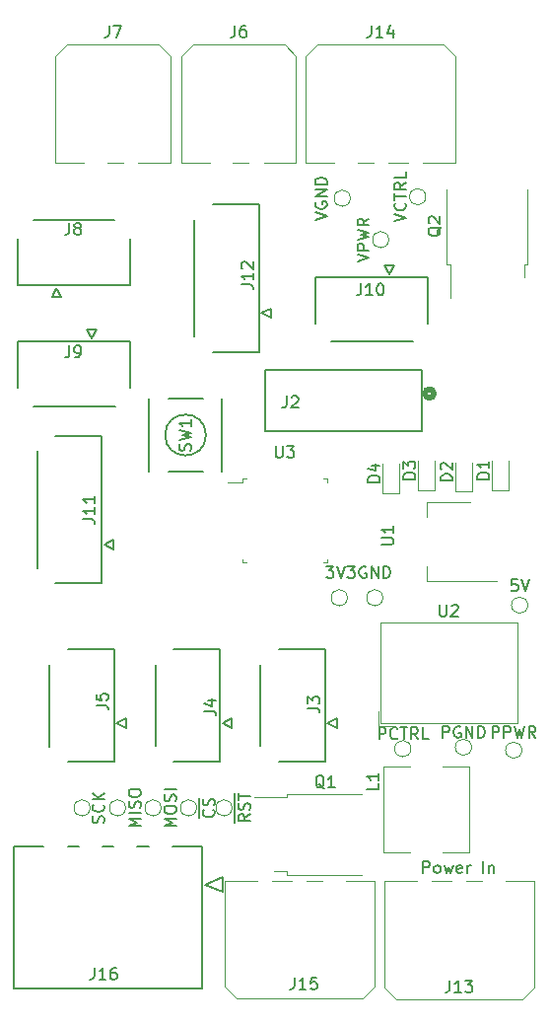
<source format=gbr>
%TF.GenerationSoftware,KiCad,Pcbnew,7.0.7*%
%TF.CreationDate,2024-05-10T07:30:13-05:00*%
%TF.ProjectId,WaterBlasterV2,57617465-7242-46c6-9173-74657256322e,rev?*%
%TF.SameCoordinates,Original*%
%TF.FileFunction,Legend,Top*%
%TF.FilePolarity,Positive*%
%FSLAX46Y46*%
G04 Gerber Fmt 4.6, Leading zero omitted, Abs format (unit mm)*
G04 Created by KiCad (PCBNEW 7.0.7) date 2024-05-10 07:30:13*
%MOMM*%
%LPD*%
G01*
G04 APERTURE LIST*
%ADD10C,0.150000*%
%ADD11C,0.127000*%
%ADD12C,0.120000*%
%ADD13C,0.152400*%
%ADD14C,0.508000*%
G04 APERTURE END LIST*
D10*
X132670779Y-126742819D02*
X132670779Y-125742819D01*
X132670779Y-125742819D02*
X133051731Y-125742819D01*
X133051731Y-125742819D02*
X133146969Y-125790438D01*
X133146969Y-125790438D02*
X133194588Y-125838057D01*
X133194588Y-125838057D02*
X133242207Y-125933295D01*
X133242207Y-125933295D02*
X133242207Y-126076152D01*
X133242207Y-126076152D02*
X133194588Y-126171390D01*
X133194588Y-126171390D02*
X133146969Y-126219009D01*
X133146969Y-126219009D02*
X133051731Y-126266628D01*
X133051731Y-126266628D02*
X132670779Y-126266628D01*
X133813636Y-126742819D02*
X133718398Y-126695200D01*
X133718398Y-126695200D02*
X133670779Y-126647580D01*
X133670779Y-126647580D02*
X133623160Y-126552342D01*
X133623160Y-126552342D02*
X133623160Y-126266628D01*
X133623160Y-126266628D02*
X133670779Y-126171390D01*
X133670779Y-126171390D02*
X133718398Y-126123771D01*
X133718398Y-126123771D02*
X133813636Y-126076152D01*
X133813636Y-126076152D02*
X133956493Y-126076152D01*
X133956493Y-126076152D02*
X134051731Y-126123771D01*
X134051731Y-126123771D02*
X134099350Y-126171390D01*
X134099350Y-126171390D02*
X134146969Y-126266628D01*
X134146969Y-126266628D02*
X134146969Y-126552342D01*
X134146969Y-126552342D02*
X134099350Y-126647580D01*
X134099350Y-126647580D02*
X134051731Y-126695200D01*
X134051731Y-126695200D02*
X133956493Y-126742819D01*
X133956493Y-126742819D02*
X133813636Y-126742819D01*
X134480303Y-126076152D02*
X134670779Y-126742819D01*
X134670779Y-126742819D02*
X134861255Y-126266628D01*
X134861255Y-126266628D02*
X135051731Y-126742819D01*
X135051731Y-126742819D02*
X135242207Y-126076152D01*
X136004112Y-126695200D02*
X135908874Y-126742819D01*
X135908874Y-126742819D02*
X135718398Y-126742819D01*
X135718398Y-126742819D02*
X135623160Y-126695200D01*
X135623160Y-126695200D02*
X135575541Y-126599961D01*
X135575541Y-126599961D02*
X135575541Y-126219009D01*
X135575541Y-126219009D02*
X135623160Y-126123771D01*
X135623160Y-126123771D02*
X135718398Y-126076152D01*
X135718398Y-126076152D02*
X135908874Y-126076152D01*
X135908874Y-126076152D02*
X136004112Y-126123771D01*
X136004112Y-126123771D02*
X136051731Y-126219009D01*
X136051731Y-126219009D02*
X136051731Y-126314247D01*
X136051731Y-126314247D02*
X135575541Y-126409485D01*
X136480303Y-126742819D02*
X136480303Y-126076152D01*
X136480303Y-126266628D02*
X136527922Y-126171390D01*
X136527922Y-126171390D02*
X136575541Y-126123771D01*
X136575541Y-126123771D02*
X136670779Y-126076152D01*
X136670779Y-126076152D02*
X136766017Y-126076152D01*
X137861256Y-126742819D02*
X137861256Y-125742819D01*
X138337446Y-126076152D02*
X138337446Y-126742819D01*
X138337446Y-126171390D02*
X138385065Y-126123771D01*
X138385065Y-126123771D02*
X138480303Y-126076152D01*
X138480303Y-126076152D02*
X138623160Y-126076152D01*
X138623160Y-126076152D02*
X138718398Y-126123771D01*
X138718398Y-126123771D02*
X138766017Y-126219009D01*
X138766017Y-126219009D02*
X138766017Y-126742819D01*
X117056819Y-76247523D02*
X117771104Y-76247523D01*
X117771104Y-76247523D02*
X117913961Y-76295142D01*
X117913961Y-76295142D02*
X118009200Y-76390380D01*
X118009200Y-76390380D02*
X118056819Y-76533237D01*
X118056819Y-76533237D02*
X118056819Y-76628475D01*
X118056819Y-75247523D02*
X118056819Y-75818951D01*
X118056819Y-75533237D02*
X117056819Y-75533237D01*
X117056819Y-75533237D02*
X117199676Y-75628475D01*
X117199676Y-75628475D02*
X117294914Y-75723713D01*
X117294914Y-75723713D02*
X117342533Y-75818951D01*
X117152057Y-74866570D02*
X117104438Y-74818951D01*
X117104438Y-74818951D02*
X117056819Y-74723713D01*
X117056819Y-74723713D02*
X117056819Y-74485618D01*
X117056819Y-74485618D02*
X117104438Y-74390380D01*
X117104438Y-74390380D02*
X117152057Y-74342761D01*
X117152057Y-74342761D02*
X117247295Y-74295142D01*
X117247295Y-74295142D02*
X117342533Y-74295142D01*
X117342533Y-74295142D02*
X117485390Y-74342761D01*
X117485390Y-74342761D02*
X118056819Y-74914189D01*
X118056819Y-74914189D02*
X118056819Y-74295142D01*
X103467819Y-96361523D02*
X104182104Y-96361523D01*
X104182104Y-96361523D02*
X104324961Y-96409142D01*
X104324961Y-96409142D02*
X104420200Y-96504380D01*
X104420200Y-96504380D02*
X104467819Y-96647237D01*
X104467819Y-96647237D02*
X104467819Y-96742475D01*
X104467819Y-95361523D02*
X104467819Y-95932951D01*
X104467819Y-95647237D02*
X103467819Y-95647237D01*
X103467819Y-95647237D02*
X103610676Y-95742475D01*
X103610676Y-95742475D02*
X103705914Y-95837713D01*
X103705914Y-95837713D02*
X103753533Y-95932951D01*
X104467819Y-94409142D02*
X104467819Y-94980570D01*
X104467819Y-94694856D02*
X103467819Y-94694856D01*
X103467819Y-94694856D02*
X103610676Y-94790094D01*
X103610676Y-94790094D02*
X103705914Y-94885332D01*
X103705914Y-94885332D02*
X103753533Y-94980570D01*
X102282666Y-81496819D02*
X102282666Y-82211104D01*
X102282666Y-82211104D02*
X102235047Y-82353961D01*
X102235047Y-82353961D02*
X102139809Y-82449200D01*
X102139809Y-82449200D02*
X101996952Y-82496819D01*
X101996952Y-82496819D02*
X101901714Y-82496819D01*
X102806476Y-82496819D02*
X102996952Y-82496819D01*
X102996952Y-82496819D02*
X103092190Y-82449200D01*
X103092190Y-82449200D02*
X103139809Y-82401580D01*
X103139809Y-82401580D02*
X103235047Y-82258723D01*
X103235047Y-82258723D02*
X103282666Y-82068247D01*
X103282666Y-82068247D02*
X103282666Y-81687295D01*
X103282666Y-81687295D02*
X103235047Y-81592057D01*
X103235047Y-81592057D02*
X103187428Y-81544438D01*
X103187428Y-81544438D02*
X103092190Y-81496819D01*
X103092190Y-81496819D02*
X102901714Y-81496819D01*
X102901714Y-81496819D02*
X102806476Y-81544438D01*
X102806476Y-81544438D02*
X102758857Y-81592057D01*
X102758857Y-81592057D02*
X102711238Y-81687295D01*
X102711238Y-81687295D02*
X102711238Y-81925390D01*
X102711238Y-81925390D02*
X102758857Y-82020628D01*
X102758857Y-82020628D02*
X102806476Y-82068247D01*
X102806476Y-82068247D02*
X102901714Y-82115866D01*
X102901714Y-82115866D02*
X103092190Y-82115866D01*
X103092190Y-82115866D02*
X103187428Y-82068247D01*
X103187428Y-82068247D02*
X103235047Y-82020628D01*
X103235047Y-82020628D02*
X103282666Y-81925390D01*
X127333476Y-76162819D02*
X127333476Y-76877104D01*
X127333476Y-76877104D02*
X127285857Y-77019961D01*
X127285857Y-77019961D02*
X127190619Y-77115200D01*
X127190619Y-77115200D02*
X127047762Y-77162819D01*
X127047762Y-77162819D02*
X126952524Y-77162819D01*
X128333476Y-77162819D02*
X127762048Y-77162819D01*
X128047762Y-77162819D02*
X128047762Y-76162819D01*
X128047762Y-76162819D02*
X127952524Y-76305676D01*
X127952524Y-76305676D02*
X127857286Y-76400914D01*
X127857286Y-76400914D02*
X127762048Y-76448533D01*
X128952524Y-76162819D02*
X129047762Y-76162819D01*
X129047762Y-76162819D02*
X129143000Y-76210438D01*
X129143000Y-76210438D02*
X129190619Y-76258057D01*
X129190619Y-76258057D02*
X129238238Y-76353295D01*
X129238238Y-76353295D02*
X129285857Y-76543771D01*
X129285857Y-76543771D02*
X129285857Y-76781866D01*
X129285857Y-76781866D02*
X129238238Y-76972342D01*
X129238238Y-76972342D02*
X129190619Y-77067580D01*
X129190619Y-77067580D02*
X129143000Y-77115200D01*
X129143000Y-77115200D02*
X129047762Y-77162819D01*
X129047762Y-77162819D02*
X128952524Y-77162819D01*
X128952524Y-77162819D02*
X128857286Y-77115200D01*
X128857286Y-77115200D02*
X128809667Y-77067580D01*
X128809667Y-77067580D02*
X128762048Y-76972342D01*
X128762048Y-76972342D02*
X128714429Y-76781866D01*
X128714429Y-76781866D02*
X128714429Y-76543771D01*
X128714429Y-76543771D02*
X128762048Y-76353295D01*
X128762048Y-76353295D02*
X128809667Y-76258057D01*
X128809667Y-76258057D02*
X128857286Y-76210438D01*
X128857286Y-76210438D02*
X128952524Y-76162819D01*
X102282666Y-70955819D02*
X102282666Y-71670104D01*
X102282666Y-71670104D02*
X102235047Y-71812961D01*
X102235047Y-71812961D02*
X102139809Y-71908200D01*
X102139809Y-71908200D02*
X101996952Y-71955819D01*
X101996952Y-71955819D02*
X101901714Y-71955819D01*
X102901714Y-71384390D02*
X102806476Y-71336771D01*
X102806476Y-71336771D02*
X102758857Y-71289152D01*
X102758857Y-71289152D02*
X102711238Y-71193914D01*
X102711238Y-71193914D02*
X102711238Y-71146295D01*
X102711238Y-71146295D02*
X102758857Y-71051057D01*
X102758857Y-71051057D02*
X102806476Y-71003438D01*
X102806476Y-71003438D02*
X102901714Y-70955819D01*
X102901714Y-70955819D02*
X103092190Y-70955819D01*
X103092190Y-70955819D02*
X103187428Y-71003438D01*
X103187428Y-71003438D02*
X103235047Y-71051057D01*
X103235047Y-71051057D02*
X103282666Y-71146295D01*
X103282666Y-71146295D02*
X103282666Y-71193914D01*
X103282666Y-71193914D02*
X103235047Y-71289152D01*
X103235047Y-71289152D02*
X103187428Y-71336771D01*
X103187428Y-71336771D02*
X103092190Y-71384390D01*
X103092190Y-71384390D02*
X102901714Y-71384390D01*
X102901714Y-71384390D02*
X102806476Y-71432009D01*
X102806476Y-71432009D02*
X102758857Y-71479628D01*
X102758857Y-71479628D02*
X102711238Y-71574866D01*
X102711238Y-71574866D02*
X102711238Y-71765342D01*
X102711238Y-71765342D02*
X102758857Y-71860580D01*
X102758857Y-71860580D02*
X102806476Y-71908200D01*
X102806476Y-71908200D02*
X102901714Y-71955819D01*
X102901714Y-71955819D02*
X103092190Y-71955819D01*
X103092190Y-71955819D02*
X103187428Y-71908200D01*
X103187428Y-71908200D02*
X103235047Y-71860580D01*
X103235047Y-71860580D02*
X103282666Y-71765342D01*
X103282666Y-71765342D02*
X103282666Y-71574866D01*
X103282666Y-71574866D02*
X103235047Y-71479628D01*
X103235047Y-71479628D02*
X103187428Y-71432009D01*
X103187428Y-71432009D02*
X103092190Y-71384390D01*
X104610819Y-112347333D02*
X105325104Y-112347333D01*
X105325104Y-112347333D02*
X105467961Y-112394952D01*
X105467961Y-112394952D02*
X105563200Y-112490190D01*
X105563200Y-112490190D02*
X105610819Y-112633047D01*
X105610819Y-112633047D02*
X105610819Y-112728285D01*
X104610819Y-111394952D02*
X104610819Y-111871142D01*
X104610819Y-111871142D02*
X105087009Y-111918761D01*
X105087009Y-111918761D02*
X105039390Y-111871142D01*
X105039390Y-111871142D02*
X104991771Y-111775904D01*
X104991771Y-111775904D02*
X104991771Y-111537809D01*
X104991771Y-111537809D02*
X105039390Y-111442571D01*
X105039390Y-111442571D02*
X105087009Y-111394952D01*
X105087009Y-111394952D02*
X105182247Y-111347333D01*
X105182247Y-111347333D02*
X105420342Y-111347333D01*
X105420342Y-111347333D02*
X105515580Y-111394952D01*
X105515580Y-111394952D02*
X105563200Y-111442571D01*
X105563200Y-111442571D02*
X105610819Y-111537809D01*
X105610819Y-111537809D02*
X105610819Y-111775904D01*
X105610819Y-111775904D02*
X105563200Y-111871142D01*
X105563200Y-111871142D02*
X105515580Y-111918761D01*
X113881819Y-112855333D02*
X114596104Y-112855333D01*
X114596104Y-112855333D02*
X114738961Y-112902952D01*
X114738961Y-112902952D02*
X114834200Y-112998190D01*
X114834200Y-112998190D02*
X114881819Y-113141047D01*
X114881819Y-113141047D02*
X114881819Y-113236285D01*
X114215152Y-111950571D02*
X114881819Y-111950571D01*
X113834200Y-112188666D02*
X114548485Y-112426761D01*
X114548485Y-112426761D02*
X114548485Y-111807714D01*
X122771819Y-112601333D02*
X123486104Y-112601333D01*
X123486104Y-112601333D02*
X123628961Y-112648952D01*
X123628961Y-112648952D02*
X123724200Y-112744190D01*
X123724200Y-112744190D02*
X123771819Y-112887047D01*
X123771819Y-112887047D02*
X123771819Y-112982285D01*
X122771819Y-112220380D02*
X122771819Y-111601333D01*
X122771819Y-111601333D02*
X123152771Y-111934666D01*
X123152771Y-111934666D02*
X123152771Y-111791809D01*
X123152771Y-111791809D02*
X123200390Y-111696571D01*
X123200390Y-111696571D02*
X123248009Y-111648952D01*
X123248009Y-111648952D02*
X123343247Y-111601333D01*
X123343247Y-111601333D02*
X123581342Y-111601333D01*
X123581342Y-111601333D02*
X123676580Y-111648952D01*
X123676580Y-111648952D02*
X123724200Y-111696571D01*
X123724200Y-111696571D02*
X123771819Y-111791809D01*
X123771819Y-111791809D02*
X123771819Y-112077523D01*
X123771819Y-112077523D02*
X123724200Y-112172761D01*
X123724200Y-112172761D02*
X123676580Y-112220380D01*
X120031095Y-90088819D02*
X120031095Y-90898342D01*
X120031095Y-90898342D02*
X120078714Y-90993580D01*
X120078714Y-90993580D02*
X120126333Y-91041200D01*
X120126333Y-91041200D02*
X120221571Y-91088819D01*
X120221571Y-91088819D02*
X120412047Y-91088819D01*
X120412047Y-91088819D02*
X120507285Y-91041200D01*
X120507285Y-91041200D02*
X120554904Y-90993580D01*
X120554904Y-90993580D02*
X120602523Y-90898342D01*
X120602523Y-90898342D02*
X120602523Y-90088819D01*
X120983476Y-90088819D02*
X121602523Y-90088819D01*
X121602523Y-90088819D02*
X121269190Y-90469771D01*
X121269190Y-90469771D02*
X121412047Y-90469771D01*
X121412047Y-90469771D02*
X121507285Y-90517390D01*
X121507285Y-90517390D02*
X121554904Y-90565009D01*
X121554904Y-90565009D02*
X121602523Y-90660247D01*
X121602523Y-90660247D02*
X121602523Y-90898342D01*
X121602523Y-90898342D02*
X121554904Y-90993580D01*
X121554904Y-90993580D02*
X121507285Y-91041200D01*
X121507285Y-91041200D02*
X121412047Y-91088819D01*
X121412047Y-91088819D02*
X121126333Y-91088819D01*
X121126333Y-91088819D02*
X121031095Y-91041200D01*
X121031095Y-91041200D02*
X120983476Y-90993580D01*
X104425476Y-134884820D02*
X104425476Y-135599105D01*
X104425476Y-135599105D02*
X104377857Y-135741962D01*
X104377857Y-135741962D02*
X104282619Y-135837201D01*
X104282619Y-135837201D02*
X104139762Y-135884820D01*
X104139762Y-135884820D02*
X104044524Y-135884820D01*
X105425476Y-135884820D02*
X104854048Y-135884820D01*
X105139762Y-135884820D02*
X105139762Y-134884820D01*
X105139762Y-134884820D02*
X105044524Y-135027677D01*
X105044524Y-135027677D02*
X104949286Y-135122915D01*
X104949286Y-135122915D02*
X104854048Y-135170534D01*
X106282619Y-134884820D02*
X106092143Y-134884820D01*
X106092143Y-134884820D02*
X105996905Y-134932439D01*
X105996905Y-134932439D02*
X105949286Y-134980058D01*
X105949286Y-134980058D02*
X105854048Y-135122915D01*
X105854048Y-135122915D02*
X105806429Y-135313391D01*
X105806429Y-135313391D02*
X105806429Y-135694343D01*
X105806429Y-135694343D02*
X105854048Y-135789581D01*
X105854048Y-135789581D02*
X105901667Y-135837201D01*
X105901667Y-135837201D02*
X105996905Y-135884820D01*
X105996905Y-135884820D02*
X106187381Y-135884820D01*
X106187381Y-135884820D02*
X106282619Y-135837201D01*
X106282619Y-135837201D02*
X106330238Y-135789581D01*
X106330238Y-135789581D02*
X106377857Y-135694343D01*
X106377857Y-135694343D02*
X106377857Y-135456248D01*
X106377857Y-135456248D02*
X106330238Y-135361010D01*
X106330238Y-135361010D02*
X106282619Y-135313391D01*
X106282619Y-135313391D02*
X106187381Y-135265772D01*
X106187381Y-135265772D02*
X105996905Y-135265772D01*
X105996905Y-135265772D02*
X105901667Y-135313391D01*
X105901667Y-135313391D02*
X105854048Y-135361010D01*
X105854048Y-135361010D02*
X105806429Y-135456248D01*
X112675200Y-90487332D02*
X112722819Y-90344475D01*
X112722819Y-90344475D02*
X112722819Y-90106380D01*
X112722819Y-90106380D02*
X112675200Y-90011142D01*
X112675200Y-90011142D02*
X112627580Y-89963523D01*
X112627580Y-89963523D02*
X112532342Y-89915904D01*
X112532342Y-89915904D02*
X112437104Y-89915904D01*
X112437104Y-89915904D02*
X112341866Y-89963523D01*
X112341866Y-89963523D02*
X112294247Y-90011142D01*
X112294247Y-90011142D02*
X112246628Y-90106380D01*
X112246628Y-90106380D02*
X112199009Y-90296856D01*
X112199009Y-90296856D02*
X112151390Y-90392094D01*
X112151390Y-90392094D02*
X112103771Y-90439713D01*
X112103771Y-90439713D02*
X112008533Y-90487332D01*
X112008533Y-90487332D02*
X111913295Y-90487332D01*
X111913295Y-90487332D02*
X111818057Y-90439713D01*
X111818057Y-90439713D02*
X111770438Y-90392094D01*
X111770438Y-90392094D02*
X111722819Y-90296856D01*
X111722819Y-90296856D02*
X111722819Y-90058761D01*
X111722819Y-90058761D02*
X111770438Y-89915904D01*
X111722819Y-89582570D02*
X112722819Y-89344475D01*
X112722819Y-89344475D02*
X112008533Y-89153999D01*
X112008533Y-89153999D02*
X112722819Y-88963523D01*
X112722819Y-88963523D02*
X111722819Y-88725428D01*
X112722819Y-87820666D02*
X112722819Y-88392094D01*
X112722819Y-88106380D02*
X111722819Y-88106380D01*
X111722819Y-88106380D02*
X111865676Y-88201618D01*
X111865676Y-88201618D02*
X111960914Y-88296856D01*
X111960914Y-88296856D02*
X112008533Y-88392094D01*
X134225057Y-71308238D02*
X134177438Y-71403476D01*
X134177438Y-71403476D02*
X134082200Y-71498714D01*
X134082200Y-71498714D02*
X133939342Y-71641571D01*
X133939342Y-71641571D02*
X133891723Y-71736809D01*
X133891723Y-71736809D02*
X133891723Y-71832047D01*
X134129819Y-71784428D02*
X134082200Y-71879666D01*
X134082200Y-71879666D02*
X133986961Y-71974904D01*
X133986961Y-71974904D02*
X133796485Y-72022523D01*
X133796485Y-72022523D02*
X133463152Y-72022523D01*
X133463152Y-72022523D02*
X133272676Y-71974904D01*
X133272676Y-71974904D02*
X133177438Y-71879666D01*
X133177438Y-71879666D02*
X133129819Y-71784428D01*
X133129819Y-71784428D02*
X133129819Y-71593952D01*
X133129819Y-71593952D02*
X133177438Y-71498714D01*
X133177438Y-71498714D02*
X133272676Y-71403476D01*
X133272676Y-71403476D02*
X133463152Y-71355857D01*
X133463152Y-71355857D02*
X133796485Y-71355857D01*
X133796485Y-71355857D02*
X133986961Y-71403476D01*
X133986961Y-71403476D02*
X134082200Y-71498714D01*
X134082200Y-71498714D02*
X134129819Y-71593952D01*
X134129819Y-71593952D02*
X134129819Y-71784428D01*
X133225057Y-70974904D02*
X133177438Y-70927285D01*
X133177438Y-70927285D02*
X133129819Y-70832047D01*
X133129819Y-70832047D02*
X133129819Y-70593952D01*
X133129819Y-70593952D02*
X133177438Y-70498714D01*
X133177438Y-70498714D02*
X133225057Y-70451095D01*
X133225057Y-70451095D02*
X133320295Y-70403476D01*
X133320295Y-70403476D02*
X133415533Y-70403476D01*
X133415533Y-70403476D02*
X133558390Y-70451095D01*
X133558390Y-70451095D02*
X134129819Y-71022523D01*
X134129819Y-71022523D02*
X134129819Y-70403476D01*
X124188761Y-119494057D02*
X124093523Y-119446438D01*
X124093523Y-119446438D02*
X123998285Y-119351200D01*
X123998285Y-119351200D02*
X123855428Y-119208342D01*
X123855428Y-119208342D02*
X123760190Y-119160723D01*
X123760190Y-119160723D02*
X123664952Y-119160723D01*
X123712571Y-119398819D02*
X123617333Y-119351200D01*
X123617333Y-119351200D02*
X123522095Y-119255961D01*
X123522095Y-119255961D02*
X123474476Y-119065485D01*
X123474476Y-119065485D02*
X123474476Y-118732152D01*
X123474476Y-118732152D02*
X123522095Y-118541676D01*
X123522095Y-118541676D02*
X123617333Y-118446438D01*
X123617333Y-118446438D02*
X123712571Y-118398819D01*
X123712571Y-118398819D02*
X123903047Y-118398819D01*
X123903047Y-118398819D02*
X123998285Y-118446438D01*
X123998285Y-118446438D02*
X124093523Y-118541676D01*
X124093523Y-118541676D02*
X124141142Y-118732152D01*
X124141142Y-118732152D02*
X124141142Y-119065485D01*
X124141142Y-119065485D02*
X124093523Y-119255961D01*
X124093523Y-119255961D02*
X123998285Y-119351200D01*
X123998285Y-119351200D02*
X123903047Y-119398819D01*
X123903047Y-119398819D02*
X123712571Y-119398819D01*
X125093523Y-119398819D02*
X124522095Y-119398819D01*
X124807809Y-119398819D02*
X124807809Y-118398819D01*
X124807809Y-118398819D02*
X124712571Y-118541676D01*
X124712571Y-118541676D02*
X124617333Y-118636914D01*
X124617333Y-118636914D02*
X124522095Y-118684533D01*
X120951666Y-85814819D02*
X120951666Y-86529104D01*
X120951666Y-86529104D02*
X120904047Y-86671961D01*
X120904047Y-86671961D02*
X120808809Y-86767200D01*
X120808809Y-86767200D02*
X120665952Y-86814819D01*
X120665952Y-86814819D02*
X120570714Y-86814819D01*
X121380238Y-85910057D02*
X121427857Y-85862438D01*
X121427857Y-85862438D02*
X121523095Y-85814819D01*
X121523095Y-85814819D02*
X121761190Y-85814819D01*
X121761190Y-85814819D02*
X121856428Y-85862438D01*
X121856428Y-85862438D02*
X121904047Y-85910057D01*
X121904047Y-85910057D02*
X121951666Y-86005295D01*
X121951666Y-86005295D02*
X121951666Y-86100533D01*
X121951666Y-86100533D02*
X121904047Y-86243390D01*
X121904047Y-86243390D02*
X121332619Y-86814819D01*
X121332619Y-86814819D02*
X121951666Y-86814819D01*
X121618476Y-135725819D02*
X121618476Y-136440104D01*
X121618476Y-136440104D02*
X121570857Y-136582961D01*
X121570857Y-136582961D02*
X121475619Y-136678200D01*
X121475619Y-136678200D02*
X121332762Y-136725819D01*
X121332762Y-136725819D02*
X121237524Y-136725819D01*
X122618476Y-136725819D02*
X122047048Y-136725819D01*
X122332762Y-136725819D02*
X122332762Y-135725819D01*
X122332762Y-135725819D02*
X122237524Y-135868676D01*
X122237524Y-135868676D02*
X122142286Y-135963914D01*
X122142286Y-135963914D02*
X122047048Y-136011533D01*
X123523238Y-135725819D02*
X123047048Y-135725819D01*
X123047048Y-135725819D02*
X122999429Y-136202009D01*
X122999429Y-136202009D02*
X123047048Y-136154390D01*
X123047048Y-136154390D02*
X123142286Y-136106771D01*
X123142286Y-136106771D02*
X123380381Y-136106771D01*
X123380381Y-136106771D02*
X123475619Y-136154390D01*
X123475619Y-136154390D02*
X123523238Y-136202009D01*
X123523238Y-136202009D02*
X123570857Y-136297247D01*
X123570857Y-136297247D02*
X123570857Y-136535342D01*
X123570857Y-136535342D02*
X123523238Y-136630580D01*
X123523238Y-136630580D02*
X123475619Y-136678200D01*
X123475619Y-136678200D02*
X123380381Y-136725819D01*
X123380381Y-136725819D02*
X123142286Y-136725819D01*
X123142286Y-136725819D02*
X123047048Y-136678200D01*
X123047048Y-136678200D02*
X122999429Y-136630580D01*
X128222476Y-54010819D02*
X128222476Y-54725104D01*
X128222476Y-54725104D02*
X128174857Y-54867961D01*
X128174857Y-54867961D02*
X128079619Y-54963200D01*
X128079619Y-54963200D02*
X127936762Y-55010819D01*
X127936762Y-55010819D02*
X127841524Y-55010819D01*
X129222476Y-55010819D02*
X128651048Y-55010819D01*
X128936762Y-55010819D02*
X128936762Y-54010819D01*
X128936762Y-54010819D02*
X128841524Y-54153676D01*
X128841524Y-54153676D02*
X128746286Y-54248914D01*
X128746286Y-54248914D02*
X128651048Y-54296533D01*
X130079619Y-54344152D02*
X130079619Y-55010819D01*
X129841524Y-53963200D02*
X129603429Y-54677485D01*
X129603429Y-54677485D02*
X130222476Y-54677485D01*
X134953476Y-135979819D02*
X134953476Y-136694104D01*
X134953476Y-136694104D02*
X134905857Y-136836961D01*
X134905857Y-136836961D02*
X134810619Y-136932200D01*
X134810619Y-136932200D02*
X134667762Y-136979819D01*
X134667762Y-136979819D02*
X134572524Y-136979819D01*
X135953476Y-136979819D02*
X135382048Y-136979819D01*
X135667762Y-136979819D02*
X135667762Y-135979819D01*
X135667762Y-135979819D02*
X135572524Y-136122676D01*
X135572524Y-136122676D02*
X135477286Y-136217914D01*
X135477286Y-136217914D02*
X135382048Y-136265533D01*
X136286810Y-135979819D02*
X136905857Y-135979819D01*
X136905857Y-135979819D02*
X136572524Y-136360771D01*
X136572524Y-136360771D02*
X136715381Y-136360771D01*
X136715381Y-136360771D02*
X136810619Y-136408390D01*
X136810619Y-136408390D02*
X136858238Y-136456009D01*
X136858238Y-136456009D02*
X136905857Y-136551247D01*
X136905857Y-136551247D02*
X136905857Y-136789342D01*
X136905857Y-136789342D02*
X136858238Y-136884580D01*
X136858238Y-136884580D02*
X136810619Y-136932200D01*
X136810619Y-136932200D02*
X136715381Y-136979819D01*
X136715381Y-136979819D02*
X136429667Y-136979819D01*
X136429667Y-136979819D02*
X136334429Y-136932200D01*
X136334429Y-136932200D02*
X136286810Y-136884580D01*
X134112095Y-103721819D02*
X134112095Y-104531342D01*
X134112095Y-104531342D02*
X134159714Y-104626580D01*
X134159714Y-104626580D02*
X134207333Y-104674200D01*
X134207333Y-104674200D02*
X134302571Y-104721819D01*
X134302571Y-104721819D02*
X134493047Y-104721819D01*
X134493047Y-104721819D02*
X134588285Y-104674200D01*
X134588285Y-104674200D02*
X134635904Y-104626580D01*
X134635904Y-104626580D02*
X134683523Y-104531342D01*
X134683523Y-104531342D02*
X134683523Y-103721819D01*
X135112095Y-103817057D02*
X135159714Y-103769438D01*
X135159714Y-103769438D02*
X135254952Y-103721819D01*
X135254952Y-103721819D02*
X135493047Y-103721819D01*
X135493047Y-103721819D02*
X135588285Y-103769438D01*
X135588285Y-103769438D02*
X135635904Y-103817057D01*
X135635904Y-103817057D02*
X135683523Y-103912295D01*
X135683523Y-103912295D02*
X135683523Y-104007533D01*
X135683523Y-104007533D02*
X135635904Y-104150390D01*
X135635904Y-104150390D02*
X135064476Y-104721819D01*
X135064476Y-104721819D02*
X135683523Y-104721819D01*
X129121819Y-98551904D02*
X129931342Y-98551904D01*
X129931342Y-98551904D02*
X130026580Y-98504285D01*
X130026580Y-98504285D02*
X130074200Y-98456666D01*
X130074200Y-98456666D02*
X130121819Y-98361428D01*
X130121819Y-98361428D02*
X130121819Y-98170952D01*
X130121819Y-98170952D02*
X130074200Y-98075714D01*
X130074200Y-98075714D02*
X130026580Y-98028095D01*
X130026580Y-98028095D02*
X129931342Y-97980476D01*
X129931342Y-97980476D02*
X129121819Y-97980476D01*
X130121819Y-96980476D02*
X130121819Y-97551904D01*
X130121819Y-97266190D02*
X129121819Y-97266190D01*
X129121819Y-97266190D02*
X129264676Y-97361428D01*
X129264676Y-97361428D02*
X129359914Y-97456666D01*
X129359914Y-97456666D02*
X129407533Y-97551904D01*
X108404819Y-122729427D02*
X107404819Y-122729427D01*
X107404819Y-122729427D02*
X108119104Y-122396094D01*
X108119104Y-122396094D02*
X107404819Y-122062761D01*
X107404819Y-122062761D02*
X108404819Y-122062761D01*
X108404819Y-121586570D02*
X107404819Y-121586570D01*
X108357200Y-121157999D02*
X108404819Y-121015142D01*
X108404819Y-121015142D02*
X108404819Y-120777047D01*
X108404819Y-120777047D02*
X108357200Y-120681809D01*
X108357200Y-120681809D02*
X108309580Y-120634190D01*
X108309580Y-120634190D02*
X108214342Y-120586571D01*
X108214342Y-120586571D02*
X108119104Y-120586571D01*
X108119104Y-120586571D02*
X108023866Y-120634190D01*
X108023866Y-120634190D02*
X107976247Y-120681809D01*
X107976247Y-120681809D02*
X107928628Y-120777047D01*
X107928628Y-120777047D02*
X107881009Y-120967523D01*
X107881009Y-120967523D02*
X107833390Y-121062761D01*
X107833390Y-121062761D02*
X107785771Y-121110380D01*
X107785771Y-121110380D02*
X107690533Y-121157999D01*
X107690533Y-121157999D02*
X107595295Y-121157999D01*
X107595295Y-121157999D02*
X107500057Y-121110380D01*
X107500057Y-121110380D02*
X107452438Y-121062761D01*
X107452438Y-121062761D02*
X107404819Y-120967523D01*
X107404819Y-120967523D02*
X107404819Y-120729428D01*
X107404819Y-120729428D02*
X107452438Y-120586571D01*
X107404819Y-119967523D02*
X107404819Y-119777047D01*
X107404819Y-119777047D02*
X107452438Y-119681809D01*
X107452438Y-119681809D02*
X107547676Y-119586571D01*
X107547676Y-119586571D02*
X107738152Y-119538952D01*
X107738152Y-119538952D02*
X108071485Y-119538952D01*
X108071485Y-119538952D02*
X108261961Y-119586571D01*
X108261961Y-119586571D02*
X108357200Y-119681809D01*
X108357200Y-119681809D02*
X108404819Y-119777047D01*
X108404819Y-119777047D02*
X108404819Y-119967523D01*
X108404819Y-119967523D02*
X108357200Y-120062761D01*
X108357200Y-120062761D02*
X108261961Y-120157999D01*
X108261961Y-120157999D02*
X108071485Y-120205618D01*
X108071485Y-120205618D02*
X107738152Y-120205618D01*
X107738152Y-120205618D02*
X107547676Y-120157999D01*
X107547676Y-120157999D02*
X107452438Y-120062761D01*
X107452438Y-120062761D02*
X107404819Y-119967523D01*
X111452819Y-122729427D02*
X110452819Y-122729427D01*
X110452819Y-122729427D02*
X111167104Y-122396094D01*
X111167104Y-122396094D02*
X110452819Y-122062761D01*
X110452819Y-122062761D02*
X111452819Y-122062761D01*
X110452819Y-121396094D02*
X110452819Y-121205618D01*
X110452819Y-121205618D02*
X110500438Y-121110380D01*
X110500438Y-121110380D02*
X110595676Y-121015142D01*
X110595676Y-121015142D02*
X110786152Y-120967523D01*
X110786152Y-120967523D02*
X111119485Y-120967523D01*
X111119485Y-120967523D02*
X111309961Y-121015142D01*
X111309961Y-121015142D02*
X111405200Y-121110380D01*
X111405200Y-121110380D02*
X111452819Y-121205618D01*
X111452819Y-121205618D02*
X111452819Y-121396094D01*
X111452819Y-121396094D02*
X111405200Y-121491332D01*
X111405200Y-121491332D02*
X111309961Y-121586570D01*
X111309961Y-121586570D02*
X111119485Y-121634189D01*
X111119485Y-121634189D02*
X110786152Y-121634189D01*
X110786152Y-121634189D02*
X110595676Y-121586570D01*
X110595676Y-121586570D02*
X110500438Y-121491332D01*
X110500438Y-121491332D02*
X110452819Y-121396094D01*
X111405200Y-120586570D02*
X111452819Y-120443713D01*
X111452819Y-120443713D02*
X111452819Y-120205618D01*
X111452819Y-120205618D02*
X111405200Y-120110380D01*
X111405200Y-120110380D02*
X111357580Y-120062761D01*
X111357580Y-120062761D02*
X111262342Y-120015142D01*
X111262342Y-120015142D02*
X111167104Y-120015142D01*
X111167104Y-120015142D02*
X111071866Y-120062761D01*
X111071866Y-120062761D02*
X111024247Y-120110380D01*
X111024247Y-120110380D02*
X110976628Y-120205618D01*
X110976628Y-120205618D02*
X110929009Y-120396094D01*
X110929009Y-120396094D02*
X110881390Y-120491332D01*
X110881390Y-120491332D02*
X110833771Y-120538951D01*
X110833771Y-120538951D02*
X110738533Y-120586570D01*
X110738533Y-120586570D02*
X110643295Y-120586570D01*
X110643295Y-120586570D02*
X110548057Y-120538951D01*
X110548057Y-120538951D02*
X110500438Y-120491332D01*
X110500438Y-120491332D02*
X110452819Y-120396094D01*
X110452819Y-120396094D02*
X110452819Y-120157999D01*
X110452819Y-120157999D02*
X110500438Y-120015142D01*
X111452819Y-119586570D02*
X110452819Y-119586570D01*
X105233200Y-122443713D02*
X105280819Y-122300856D01*
X105280819Y-122300856D02*
X105280819Y-122062761D01*
X105280819Y-122062761D02*
X105233200Y-121967523D01*
X105233200Y-121967523D02*
X105185580Y-121919904D01*
X105185580Y-121919904D02*
X105090342Y-121872285D01*
X105090342Y-121872285D02*
X104995104Y-121872285D01*
X104995104Y-121872285D02*
X104899866Y-121919904D01*
X104899866Y-121919904D02*
X104852247Y-121967523D01*
X104852247Y-121967523D02*
X104804628Y-122062761D01*
X104804628Y-122062761D02*
X104757009Y-122253237D01*
X104757009Y-122253237D02*
X104709390Y-122348475D01*
X104709390Y-122348475D02*
X104661771Y-122396094D01*
X104661771Y-122396094D02*
X104566533Y-122443713D01*
X104566533Y-122443713D02*
X104471295Y-122443713D01*
X104471295Y-122443713D02*
X104376057Y-122396094D01*
X104376057Y-122396094D02*
X104328438Y-122348475D01*
X104328438Y-122348475D02*
X104280819Y-122253237D01*
X104280819Y-122253237D02*
X104280819Y-122015142D01*
X104280819Y-122015142D02*
X104328438Y-121872285D01*
X105185580Y-120872285D02*
X105233200Y-120919904D01*
X105233200Y-120919904D02*
X105280819Y-121062761D01*
X105280819Y-121062761D02*
X105280819Y-121157999D01*
X105280819Y-121157999D02*
X105233200Y-121300856D01*
X105233200Y-121300856D02*
X105137961Y-121396094D01*
X105137961Y-121396094D02*
X105042723Y-121443713D01*
X105042723Y-121443713D02*
X104852247Y-121491332D01*
X104852247Y-121491332D02*
X104709390Y-121491332D01*
X104709390Y-121491332D02*
X104518914Y-121443713D01*
X104518914Y-121443713D02*
X104423676Y-121396094D01*
X104423676Y-121396094D02*
X104328438Y-121300856D01*
X104328438Y-121300856D02*
X104280819Y-121157999D01*
X104280819Y-121157999D02*
X104280819Y-121062761D01*
X104280819Y-121062761D02*
X104328438Y-120919904D01*
X104328438Y-120919904D02*
X104376057Y-120872285D01*
X105280819Y-120443713D02*
X104280819Y-120443713D01*
X105280819Y-119872285D02*
X104709390Y-120300856D01*
X104280819Y-119872285D02*
X104852247Y-120443713D01*
X114659580Y-121324666D02*
X114707200Y-121372285D01*
X114707200Y-121372285D02*
X114754819Y-121515142D01*
X114754819Y-121515142D02*
X114754819Y-121610380D01*
X114754819Y-121610380D02*
X114707200Y-121753237D01*
X114707200Y-121753237D02*
X114611961Y-121848475D01*
X114611961Y-121848475D02*
X114516723Y-121896094D01*
X114516723Y-121896094D02*
X114326247Y-121943713D01*
X114326247Y-121943713D02*
X114183390Y-121943713D01*
X114183390Y-121943713D02*
X113992914Y-121896094D01*
X113992914Y-121896094D02*
X113897676Y-121848475D01*
X113897676Y-121848475D02*
X113802438Y-121753237D01*
X113802438Y-121753237D02*
X113754819Y-121610380D01*
X113754819Y-121610380D02*
X113754819Y-121515142D01*
X113754819Y-121515142D02*
X113802438Y-121372285D01*
X113802438Y-121372285D02*
X113850057Y-121324666D01*
X114707200Y-120943713D02*
X114754819Y-120800856D01*
X114754819Y-120800856D02*
X114754819Y-120562761D01*
X114754819Y-120562761D02*
X114707200Y-120467523D01*
X114707200Y-120467523D02*
X114659580Y-120419904D01*
X114659580Y-120419904D02*
X114564342Y-120372285D01*
X114564342Y-120372285D02*
X114469104Y-120372285D01*
X114469104Y-120372285D02*
X114373866Y-120419904D01*
X114373866Y-120419904D02*
X114326247Y-120467523D01*
X114326247Y-120467523D02*
X114278628Y-120562761D01*
X114278628Y-120562761D02*
X114231009Y-120753237D01*
X114231009Y-120753237D02*
X114183390Y-120848475D01*
X114183390Y-120848475D02*
X114135771Y-120896094D01*
X114135771Y-120896094D02*
X114040533Y-120943713D01*
X114040533Y-120943713D02*
X113945295Y-120943713D01*
X113945295Y-120943713D02*
X113850057Y-120896094D01*
X113850057Y-120896094D02*
X113802438Y-120848475D01*
X113802438Y-120848475D02*
X113754819Y-120753237D01*
X113754819Y-120753237D02*
X113754819Y-120515142D01*
X113754819Y-120515142D02*
X113802438Y-120372285D01*
X113477200Y-122034190D02*
X113477200Y-120281809D01*
X117802819Y-121705619D02*
X117326628Y-122038952D01*
X117802819Y-122277047D02*
X116802819Y-122277047D01*
X116802819Y-122277047D02*
X116802819Y-121896095D01*
X116802819Y-121896095D02*
X116850438Y-121800857D01*
X116850438Y-121800857D02*
X116898057Y-121753238D01*
X116898057Y-121753238D02*
X116993295Y-121705619D01*
X116993295Y-121705619D02*
X117136152Y-121705619D01*
X117136152Y-121705619D02*
X117231390Y-121753238D01*
X117231390Y-121753238D02*
X117279009Y-121800857D01*
X117279009Y-121800857D02*
X117326628Y-121896095D01*
X117326628Y-121896095D02*
X117326628Y-122277047D01*
X117755200Y-121324666D02*
X117802819Y-121181809D01*
X117802819Y-121181809D02*
X117802819Y-120943714D01*
X117802819Y-120943714D02*
X117755200Y-120848476D01*
X117755200Y-120848476D02*
X117707580Y-120800857D01*
X117707580Y-120800857D02*
X117612342Y-120753238D01*
X117612342Y-120753238D02*
X117517104Y-120753238D01*
X117517104Y-120753238D02*
X117421866Y-120800857D01*
X117421866Y-120800857D02*
X117374247Y-120848476D01*
X117374247Y-120848476D02*
X117326628Y-120943714D01*
X117326628Y-120943714D02*
X117279009Y-121134190D01*
X117279009Y-121134190D02*
X117231390Y-121229428D01*
X117231390Y-121229428D02*
X117183771Y-121277047D01*
X117183771Y-121277047D02*
X117088533Y-121324666D01*
X117088533Y-121324666D02*
X116993295Y-121324666D01*
X116993295Y-121324666D02*
X116898057Y-121277047D01*
X116898057Y-121277047D02*
X116850438Y-121229428D01*
X116850438Y-121229428D02*
X116802819Y-121134190D01*
X116802819Y-121134190D02*
X116802819Y-120896095D01*
X116802819Y-120896095D02*
X116850438Y-120753238D01*
X116802819Y-120467523D02*
X116802819Y-119896095D01*
X117802819Y-120181809D02*
X116802819Y-120181809D01*
X116525200Y-122415143D02*
X116525200Y-119900857D01*
X123406819Y-70691142D02*
X124406819Y-70357809D01*
X124406819Y-70357809D02*
X123406819Y-70024476D01*
X123454438Y-69167333D02*
X123406819Y-69262571D01*
X123406819Y-69262571D02*
X123406819Y-69405428D01*
X123406819Y-69405428D02*
X123454438Y-69548285D01*
X123454438Y-69548285D02*
X123549676Y-69643523D01*
X123549676Y-69643523D02*
X123644914Y-69691142D01*
X123644914Y-69691142D02*
X123835390Y-69738761D01*
X123835390Y-69738761D02*
X123978247Y-69738761D01*
X123978247Y-69738761D02*
X124168723Y-69691142D01*
X124168723Y-69691142D02*
X124263961Y-69643523D01*
X124263961Y-69643523D02*
X124359200Y-69548285D01*
X124359200Y-69548285D02*
X124406819Y-69405428D01*
X124406819Y-69405428D02*
X124406819Y-69310190D01*
X124406819Y-69310190D02*
X124359200Y-69167333D01*
X124359200Y-69167333D02*
X124311580Y-69119714D01*
X124311580Y-69119714D02*
X123978247Y-69119714D01*
X123978247Y-69119714D02*
X123978247Y-69310190D01*
X124406819Y-68691142D02*
X123406819Y-68691142D01*
X123406819Y-68691142D02*
X124406819Y-68119714D01*
X124406819Y-68119714D02*
X123406819Y-68119714D01*
X124406819Y-67643523D02*
X123406819Y-67643523D01*
X123406819Y-67643523D02*
X123406819Y-67405428D01*
X123406819Y-67405428D02*
X123454438Y-67262571D01*
X123454438Y-67262571D02*
X123549676Y-67167333D01*
X123549676Y-67167333D02*
X123644914Y-67119714D01*
X123644914Y-67119714D02*
X123835390Y-67072095D01*
X123835390Y-67072095D02*
X123978247Y-67072095D01*
X123978247Y-67072095D02*
X124168723Y-67119714D01*
X124168723Y-67119714D02*
X124263961Y-67167333D01*
X124263961Y-67167333D02*
X124359200Y-67262571D01*
X124359200Y-67262571D02*
X124406819Y-67405428D01*
X124406819Y-67405428D02*
X124406819Y-67643523D01*
X127038819Y-74294761D02*
X128038819Y-73961428D01*
X128038819Y-73961428D02*
X127038819Y-73628095D01*
X128038819Y-73294761D02*
X127038819Y-73294761D01*
X127038819Y-73294761D02*
X127038819Y-72913809D01*
X127038819Y-72913809D02*
X127086438Y-72818571D01*
X127086438Y-72818571D02*
X127134057Y-72770952D01*
X127134057Y-72770952D02*
X127229295Y-72723333D01*
X127229295Y-72723333D02*
X127372152Y-72723333D01*
X127372152Y-72723333D02*
X127467390Y-72770952D01*
X127467390Y-72770952D02*
X127515009Y-72818571D01*
X127515009Y-72818571D02*
X127562628Y-72913809D01*
X127562628Y-72913809D02*
X127562628Y-73294761D01*
X127038819Y-72389999D02*
X128038819Y-72151904D01*
X128038819Y-72151904D02*
X127324533Y-71961428D01*
X127324533Y-71961428D02*
X128038819Y-71770952D01*
X128038819Y-71770952D02*
X127038819Y-71532857D01*
X128038819Y-70580476D02*
X127562628Y-70913809D01*
X128038819Y-71151904D02*
X127038819Y-71151904D01*
X127038819Y-71151904D02*
X127038819Y-70770952D01*
X127038819Y-70770952D02*
X127086438Y-70675714D01*
X127086438Y-70675714D02*
X127134057Y-70628095D01*
X127134057Y-70628095D02*
X127229295Y-70580476D01*
X127229295Y-70580476D02*
X127372152Y-70580476D01*
X127372152Y-70580476D02*
X127467390Y-70628095D01*
X127467390Y-70628095D02*
X127515009Y-70675714D01*
X127515009Y-70675714D02*
X127562628Y-70770952D01*
X127562628Y-70770952D02*
X127562628Y-71151904D01*
X138628667Y-115135819D02*
X138628667Y-114135819D01*
X138628667Y-114135819D02*
X139009619Y-114135819D01*
X139009619Y-114135819D02*
X139104857Y-114183438D01*
X139104857Y-114183438D02*
X139152476Y-114231057D01*
X139152476Y-114231057D02*
X139200095Y-114326295D01*
X139200095Y-114326295D02*
X139200095Y-114469152D01*
X139200095Y-114469152D02*
X139152476Y-114564390D01*
X139152476Y-114564390D02*
X139104857Y-114612009D01*
X139104857Y-114612009D02*
X139009619Y-114659628D01*
X139009619Y-114659628D02*
X138628667Y-114659628D01*
X139628667Y-115135819D02*
X139628667Y-114135819D01*
X139628667Y-114135819D02*
X140009619Y-114135819D01*
X140009619Y-114135819D02*
X140104857Y-114183438D01*
X140104857Y-114183438D02*
X140152476Y-114231057D01*
X140152476Y-114231057D02*
X140200095Y-114326295D01*
X140200095Y-114326295D02*
X140200095Y-114469152D01*
X140200095Y-114469152D02*
X140152476Y-114564390D01*
X140152476Y-114564390D02*
X140104857Y-114612009D01*
X140104857Y-114612009D02*
X140009619Y-114659628D01*
X140009619Y-114659628D02*
X139628667Y-114659628D01*
X140533429Y-114135819D02*
X140771524Y-115135819D01*
X140771524Y-115135819D02*
X140962000Y-114421533D01*
X140962000Y-114421533D02*
X141152476Y-115135819D01*
X141152476Y-115135819D02*
X141390572Y-114135819D01*
X142342952Y-115135819D02*
X142009619Y-114659628D01*
X141771524Y-115135819D02*
X141771524Y-114135819D01*
X141771524Y-114135819D02*
X142152476Y-114135819D01*
X142152476Y-114135819D02*
X142247714Y-114183438D01*
X142247714Y-114183438D02*
X142295333Y-114231057D01*
X142295333Y-114231057D02*
X142342952Y-114326295D01*
X142342952Y-114326295D02*
X142342952Y-114469152D01*
X142342952Y-114469152D02*
X142295333Y-114564390D01*
X142295333Y-114564390D02*
X142247714Y-114612009D01*
X142247714Y-114612009D02*
X142152476Y-114659628D01*
X142152476Y-114659628D02*
X141771524Y-114659628D01*
X134358286Y-115135819D02*
X134358286Y-114135819D01*
X134358286Y-114135819D02*
X134739238Y-114135819D01*
X134739238Y-114135819D02*
X134834476Y-114183438D01*
X134834476Y-114183438D02*
X134882095Y-114231057D01*
X134882095Y-114231057D02*
X134929714Y-114326295D01*
X134929714Y-114326295D02*
X134929714Y-114469152D01*
X134929714Y-114469152D02*
X134882095Y-114564390D01*
X134882095Y-114564390D02*
X134834476Y-114612009D01*
X134834476Y-114612009D02*
X134739238Y-114659628D01*
X134739238Y-114659628D02*
X134358286Y-114659628D01*
X135882095Y-114183438D02*
X135786857Y-114135819D01*
X135786857Y-114135819D02*
X135644000Y-114135819D01*
X135644000Y-114135819D02*
X135501143Y-114183438D01*
X135501143Y-114183438D02*
X135405905Y-114278676D01*
X135405905Y-114278676D02*
X135358286Y-114373914D01*
X135358286Y-114373914D02*
X135310667Y-114564390D01*
X135310667Y-114564390D02*
X135310667Y-114707247D01*
X135310667Y-114707247D02*
X135358286Y-114897723D01*
X135358286Y-114897723D02*
X135405905Y-114992961D01*
X135405905Y-114992961D02*
X135501143Y-115088200D01*
X135501143Y-115088200D02*
X135644000Y-115135819D01*
X135644000Y-115135819D02*
X135739238Y-115135819D01*
X135739238Y-115135819D02*
X135882095Y-115088200D01*
X135882095Y-115088200D02*
X135929714Y-115040580D01*
X135929714Y-115040580D02*
X135929714Y-114707247D01*
X135929714Y-114707247D02*
X135739238Y-114707247D01*
X136358286Y-115135819D02*
X136358286Y-114135819D01*
X136358286Y-114135819D02*
X136929714Y-115135819D01*
X136929714Y-115135819D02*
X136929714Y-114135819D01*
X137405905Y-115135819D02*
X137405905Y-114135819D01*
X137405905Y-114135819D02*
X137644000Y-114135819D01*
X137644000Y-114135819D02*
X137786857Y-114183438D01*
X137786857Y-114183438D02*
X137882095Y-114278676D01*
X137882095Y-114278676D02*
X137929714Y-114373914D01*
X137929714Y-114373914D02*
X137977333Y-114564390D01*
X137977333Y-114564390D02*
X137977333Y-114707247D01*
X137977333Y-114707247D02*
X137929714Y-114897723D01*
X137929714Y-114897723D02*
X137882095Y-114992961D01*
X137882095Y-114992961D02*
X137786857Y-115088200D01*
X137786857Y-115088200D02*
X137644000Y-115135819D01*
X137644000Y-115135819D02*
X137405905Y-115135819D01*
X128889381Y-115262819D02*
X128889381Y-114262819D01*
X128889381Y-114262819D02*
X129270333Y-114262819D01*
X129270333Y-114262819D02*
X129365571Y-114310438D01*
X129365571Y-114310438D02*
X129413190Y-114358057D01*
X129413190Y-114358057D02*
X129460809Y-114453295D01*
X129460809Y-114453295D02*
X129460809Y-114596152D01*
X129460809Y-114596152D02*
X129413190Y-114691390D01*
X129413190Y-114691390D02*
X129365571Y-114739009D01*
X129365571Y-114739009D02*
X129270333Y-114786628D01*
X129270333Y-114786628D02*
X128889381Y-114786628D01*
X130460809Y-115167580D02*
X130413190Y-115215200D01*
X130413190Y-115215200D02*
X130270333Y-115262819D01*
X130270333Y-115262819D02*
X130175095Y-115262819D01*
X130175095Y-115262819D02*
X130032238Y-115215200D01*
X130032238Y-115215200D02*
X129937000Y-115119961D01*
X129937000Y-115119961D02*
X129889381Y-115024723D01*
X129889381Y-115024723D02*
X129841762Y-114834247D01*
X129841762Y-114834247D02*
X129841762Y-114691390D01*
X129841762Y-114691390D02*
X129889381Y-114500914D01*
X129889381Y-114500914D02*
X129937000Y-114405676D01*
X129937000Y-114405676D02*
X130032238Y-114310438D01*
X130032238Y-114310438D02*
X130175095Y-114262819D01*
X130175095Y-114262819D02*
X130270333Y-114262819D01*
X130270333Y-114262819D02*
X130413190Y-114310438D01*
X130413190Y-114310438D02*
X130460809Y-114358057D01*
X130746524Y-114262819D02*
X131317952Y-114262819D01*
X131032238Y-115262819D02*
X131032238Y-114262819D01*
X132222714Y-115262819D02*
X131889381Y-114786628D01*
X131651286Y-115262819D02*
X131651286Y-114262819D01*
X131651286Y-114262819D02*
X132032238Y-114262819D01*
X132032238Y-114262819D02*
X132127476Y-114310438D01*
X132127476Y-114310438D02*
X132175095Y-114358057D01*
X132175095Y-114358057D02*
X132222714Y-114453295D01*
X132222714Y-114453295D02*
X132222714Y-114596152D01*
X132222714Y-114596152D02*
X132175095Y-114691390D01*
X132175095Y-114691390D02*
X132127476Y-114739009D01*
X132127476Y-114739009D02*
X132032238Y-114786628D01*
X132032238Y-114786628D02*
X131651286Y-114786628D01*
X133127476Y-115262819D02*
X132651286Y-115262819D01*
X132651286Y-115262819D02*
X132651286Y-114262819D01*
X130213819Y-70826047D02*
X131213819Y-70492714D01*
X131213819Y-70492714D02*
X130213819Y-70159381D01*
X131118580Y-69254619D02*
X131166200Y-69302238D01*
X131166200Y-69302238D02*
X131213819Y-69445095D01*
X131213819Y-69445095D02*
X131213819Y-69540333D01*
X131213819Y-69540333D02*
X131166200Y-69683190D01*
X131166200Y-69683190D02*
X131070961Y-69778428D01*
X131070961Y-69778428D02*
X130975723Y-69826047D01*
X130975723Y-69826047D02*
X130785247Y-69873666D01*
X130785247Y-69873666D02*
X130642390Y-69873666D01*
X130642390Y-69873666D02*
X130451914Y-69826047D01*
X130451914Y-69826047D02*
X130356676Y-69778428D01*
X130356676Y-69778428D02*
X130261438Y-69683190D01*
X130261438Y-69683190D02*
X130213819Y-69540333D01*
X130213819Y-69540333D02*
X130213819Y-69445095D01*
X130213819Y-69445095D02*
X130261438Y-69302238D01*
X130261438Y-69302238D02*
X130309057Y-69254619D01*
X130213819Y-68968904D02*
X130213819Y-68397476D01*
X131213819Y-68683190D02*
X130213819Y-68683190D01*
X131213819Y-67492714D02*
X130737628Y-67826047D01*
X131213819Y-68064142D02*
X130213819Y-68064142D01*
X130213819Y-68064142D02*
X130213819Y-67683190D01*
X130213819Y-67683190D02*
X130261438Y-67587952D01*
X130261438Y-67587952D02*
X130309057Y-67540333D01*
X130309057Y-67540333D02*
X130404295Y-67492714D01*
X130404295Y-67492714D02*
X130547152Y-67492714D01*
X130547152Y-67492714D02*
X130642390Y-67540333D01*
X130642390Y-67540333D02*
X130690009Y-67587952D01*
X130690009Y-67587952D02*
X130737628Y-67683190D01*
X130737628Y-67683190D02*
X130737628Y-68064142D01*
X131213819Y-66587952D02*
X131213819Y-67064142D01*
X131213819Y-67064142D02*
X130213819Y-67064142D01*
X140779523Y-101562819D02*
X140303333Y-101562819D01*
X140303333Y-101562819D02*
X140255714Y-102039009D01*
X140255714Y-102039009D02*
X140303333Y-101991390D01*
X140303333Y-101991390D02*
X140398571Y-101943771D01*
X140398571Y-101943771D02*
X140636666Y-101943771D01*
X140636666Y-101943771D02*
X140731904Y-101991390D01*
X140731904Y-101991390D02*
X140779523Y-102039009D01*
X140779523Y-102039009D02*
X140827142Y-102134247D01*
X140827142Y-102134247D02*
X140827142Y-102372342D01*
X140827142Y-102372342D02*
X140779523Y-102467580D01*
X140779523Y-102467580D02*
X140731904Y-102515200D01*
X140731904Y-102515200D02*
X140636666Y-102562819D01*
X140636666Y-102562819D02*
X140398571Y-102562819D01*
X140398571Y-102562819D02*
X140303333Y-102515200D01*
X140303333Y-102515200D02*
X140255714Y-102467580D01*
X141112857Y-101562819D02*
X141446190Y-102562819D01*
X141446190Y-102562819D02*
X141779523Y-101562819D01*
X127762095Y-100467438D02*
X127666857Y-100419819D01*
X127666857Y-100419819D02*
X127524000Y-100419819D01*
X127524000Y-100419819D02*
X127381143Y-100467438D01*
X127381143Y-100467438D02*
X127285905Y-100562676D01*
X127285905Y-100562676D02*
X127238286Y-100657914D01*
X127238286Y-100657914D02*
X127190667Y-100848390D01*
X127190667Y-100848390D02*
X127190667Y-100991247D01*
X127190667Y-100991247D02*
X127238286Y-101181723D01*
X127238286Y-101181723D02*
X127285905Y-101276961D01*
X127285905Y-101276961D02*
X127381143Y-101372200D01*
X127381143Y-101372200D02*
X127524000Y-101419819D01*
X127524000Y-101419819D02*
X127619238Y-101419819D01*
X127619238Y-101419819D02*
X127762095Y-101372200D01*
X127762095Y-101372200D02*
X127809714Y-101324580D01*
X127809714Y-101324580D02*
X127809714Y-100991247D01*
X127809714Y-100991247D02*
X127619238Y-100991247D01*
X128238286Y-101419819D02*
X128238286Y-100419819D01*
X128238286Y-100419819D02*
X128809714Y-101419819D01*
X128809714Y-101419819D02*
X128809714Y-100419819D01*
X129285905Y-101419819D02*
X129285905Y-100419819D01*
X129285905Y-100419819D02*
X129524000Y-100419819D01*
X129524000Y-100419819D02*
X129666857Y-100467438D01*
X129666857Y-100467438D02*
X129762095Y-100562676D01*
X129762095Y-100562676D02*
X129809714Y-100657914D01*
X129809714Y-100657914D02*
X129857333Y-100848390D01*
X129857333Y-100848390D02*
X129857333Y-100991247D01*
X129857333Y-100991247D02*
X129809714Y-101181723D01*
X129809714Y-101181723D02*
X129762095Y-101276961D01*
X129762095Y-101276961D02*
X129666857Y-101372200D01*
X129666857Y-101372200D02*
X129524000Y-101419819D01*
X129524000Y-101419819D02*
X129285905Y-101419819D01*
X124364905Y-100419819D02*
X124983952Y-100419819D01*
X124983952Y-100419819D02*
X124650619Y-100800771D01*
X124650619Y-100800771D02*
X124793476Y-100800771D01*
X124793476Y-100800771D02*
X124888714Y-100848390D01*
X124888714Y-100848390D02*
X124936333Y-100896009D01*
X124936333Y-100896009D02*
X124983952Y-100991247D01*
X124983952Y-100991247D02*
X124983952Y-101229342D01*
X124983952Y-101229342D02*
X124936333Y-101324580D01*
X124936333Y-101324580D02*
X124888714Y-101372200D01*
X124888714Y-101372200D02*
X124793476Y-101419819D01*
X124793476Y-101419819D02*
X124507762Y-101419819D01*
X124507762Y-101419819D02*
X124412524Y-101372200D01*
X124412524Y-101372200D02*
X124364905Y-101324580D01*
X125269667Y-100419819D02*
X125603000Y-101419819D01*
X125603000Y-101419819D02*
X125936333Y-100419819D01*
X126174429Y-100419819D02*
X126793476Y-100419819D01*
X126793476Y-100419819D02*
X126460143Y-100800771D01*
X126460143Y-100800771D02*
X126603000Y-100800771D01*
X126603000Y-100800771D02*
X126698238Y-100848390D01*
X126698238Y-100848390D02*
X126745857Y-100896009D01*
X126745857Y-100896009D02*
X126793476Y-100991247D01*
X126793476Y-100991247D02*
X126793476Y-101229342D01*
X126793476Y-101229342D02*
X126745857Y-101324580D01*
X126745857Y-101324580D02*
X126698238Y-101372200D01*
X126698238Y-101372200D02*
X126603000Y-101419819D01*
X126603000Y-101419819D02*
X126317286Y-101419819D01*
X126317286Y-101419819D02*
X126222048Y-101372200D01*
X126222048Y-101372200D02*
X126174429Y-101324580D01*
X128851819Y-119038666D02*
X128851819Y-119514856D01*
X128851819Y-119514856D02*
X127851819Y-119514856D01*
X128851819Y-118181523D02*
X128851819Y-118752951D01*
X128851819Y-118467237D02*
X127851819Y-118467237D01*
X127851819Y-118467237D02*
X127994676Y-118562475D01*
X127994676Y-118562475D02*
X128089914Y-118657713D01*
X128089914Y-118657713D02*
X128137533Y-118752951D01*
X105711666Y-54010819D02*
X105711666Y-54725104D01*
X105711666Y-54725104D02*
X105664047Y-54867961D01*
X105664047Y-54867961D02*
X105568809Y-54963200D01*
X105568809Y-54963200D02*
X105425952Y-55010819D01*
X105425952Y-55010819D02*
X105330714Y-55010819D01*
X106092619Y-54010819D02*
X106759285Y-54010819D01*
X106759285Y-54010819D02*
X106330714Y-55010819D01*
X116506666Y-54010819D02*
X116506666Y-54725104D01*
X116506666Y-54725104D02*
X116459047Y-54867961D01*
X116459047Y-54867961D02*
X116363809Y-54963200D01*
X116363809Y-54963200D02*
X116220952Y-55010819D01*
X116220952Y-55010819D02*
X116125714Y-55010819D01*
X117411428Y-54010819D02*
X117220952Y-54010819D01*
X117220952Y-54010819D02*
X117125714Y-54058438D01*
X117125714Y-54058438D02*
X117078095Y-54106057D01*
X117078095Y-54106057D02*
X116982857Y-54248914D01*
X116982857Y-54248914D02*
X116935238Y-54439390D01*
X116935238Y-54439390D02*
X116935238Y-54820342D01*
X116935238Y-54820342D02*
X116982857Y-54915580D01*
X116982857Y-54915580D02*
X117030476Y-54963200D01*
X117030476Y-54963200D02*
X117125714Y-55010819D01*
X117125714Y-55010819D02*
X117316190Y-55010819D01*
X117316190Y-55010819D02*
X117411428Y-54963200D01*
X117411428Y-54963200D02*
X117459047Y-54915580D01*
X117459047Y-54915580D02*
X117506666Y-54820342D01*
X117506666Y-54820342D02*
X117506666Y-54582247D01*
X117506666Y-54582247D02*
X117459047Y-54487009D01*
X117459047Y-54487009D02*
X117411428Y-54439390D01*
X117411428Y-54439390D02*
X117316190Y-54391771D01*
X117316190Y-54391771D02*
X117125714Y-54391771D01*
X117125714Y-54391771D02*
X117030476Y-54439390D01*
X117030476Y-54439390D02*
X116982857Y-54487009D01*
X116982857Y-54487009D02*
X116935238Y-54582247D01*
X128945819Y-93194094D02*
X127945819Y-93194094D01*
X127945819Y-93194094D02*
X127945819Y-92955999D01*
X127945819Y-92955999D02*
X127993438Y-92813142D01*
X127993438Y-92813142D02*
X128088676Y-92717904D01*
X128088676Y-92717904D02*
X128183914Y-92670285D01*
X128183914Y-92670285D02*
X128374390Y-92622666D01*
X128374390Y-92622666D02*
X128517247Y-92622666D01*
X128517247Y-92622666D02*
X128707723Y-92670285D01*
X128707723Y-92670285D02*
X128802961Y-92717904D01*
X128802961Y-92717904D02*
X128898200Y-92813142D01*
X128898200Y-92813142D02*
X128945819Y-92955999D01*
X128945819Y-92955999D02*
X128945819Y-93194094D01*
X128279152Y-91765523D02*
X128945819Y-91765523D01*
X127898200Y-92003618D02*
X128612485Y-92241713D01*
X128612485Y-92241713D02*
X128612485Y-91622666D01*
X131993819Y-92940094D02*
X130993819Y-92940094D01*
X130993819Y-92940094D02*
X130993819Y-92701999D01*
X130993819Y-92701999D02*
X131041438Y-92559142D01*
X131041438Y-92559142D02*
X131136676Y-92463904D01*
X131136676Y-92463904D02*
X131231914Y-92416285D01*
X131231914Y-92416285D02*
X131422390Y-92368666D01*
X131422390Y-92368666D02*
X131565247Y-92368666D01*
X131565247Y-92368666D02*
X131755723Y-92416285D01*
X131755723Y-92416285D02*
X131850961Y-92463904D01*
X131850961Y-92463904D02*
X131946200Y-92559142D01*
X131946200Y-92559142D02*
X131993819Y-92701999D01*
X131993819Y-92701999D02*
X131993819Y-92940094D01*
X130993819Y-92035332D02*
X130993819Y-91416285D01*
X130993819Y-91416285D02*
X131374771Y-91749618D01*
X131374771Y-91749618D02*
X131374771Y-91606761D01*
X131374771Y-91606761D02*
X131422390Y-91511523D01*
X131422390Y-91511523D02*
X131470009Y-91463904D01*
X131470009Y-91463904D02*
X131565247Y-91416285D01*
X131565247Y-91416285D02*
X131803342Y-91416285D01*
X131803342Y-91416285D02*
X131898580Y-91463904D01*
X131898580Y-91463904D02*
X131946200Y-91511523D01*
X131946200Y-91511523D02*
X131993819Y-91606761D01*
X131993819Y-91606761D02*
X131993819Y-91892475D01*
X131993819Y-91892475D02*
X131946200Y-91987713D01*
X131946200Y-91987713D02*
X131898580Y-92035332D01*
X135168819Y-93067094D02*
X134168819Y-93067094D01*
X134168819Y-93067094D02*
X134168819Y-92828999D01*
X134168819Y-92828999D02*
X134216438Y-92686142D01*
X134216438Y-92686142D02*
X134311676Y-92590904D01*
X134311676Y-92590904D02*
X134406914Y-92543285D01*
X134406914Y-92543285D02*
X134597390Y-92495666D01*
X134597390Y-92495666D02*
X134740247Y-92495666D01*
X134740247Y-92495666D02*
X134930723Y-92543285D01*
X134930723Y-92543285D02*
X135025961Y-92590904D01*
X135025961Y-92590904D02*
X135121200Y-92686142D01*
X135121200Y-92686142D02*
X135168819Y-92828999D01*
X135168819Y-92828999D02*
X135168819Y-93067094D01*
X134264057Y-92114713D02*
X134216438Y-92067094D01*
X134216438Y-92067094D02*
X134168819Y-91971856D01*
X134168819Y-91971856D02*
X134168819Y-91733761D01*
X134168819Y-91733761D02*
X134216438Y-91638523D01*
X134216438Y-91638523D02*
X134264057Y-91590904D01*
X134264057Y-91590904D02*
X134359295Y-91543285D01*
X134359295Y-91543285D02*
X134454533Y-91543285D01*
X134454533Y-91543285D02*
X134597390Y-91590904D01*
X134597390Y-91590904D02*
X135168819Y-92162332D01*
X135168819Y-92162332D02*
X135168819Y-91543285D01*
X138343819Y-92940094D02*
X137343819Y-92940094D01*
X137343819Y-92940094D02*
X137343819Y-92701999D01*
X137343819Y-92701999D02*
X137391438Y-92559142D01*
X137391438Y-92559142D02*
X137486676Y-92463904D01*
X137486676Y-92463904D02*
X137581914Y-92416285D01*
X137581914Y-92416285D02*
X137772390Y-92368666D01*
X137772390Y-92368666D02*
X137915247Y-92368666D01*
X137915247Y-92368666D02*
X138105723Y-92416285D01*
X138105723Y-92416285D02*
X138200961Y-92463904D01*
X138200961Y-92463904D02*
X138296200Y-92559142D01*
X138296200Y-92559142D02*
X138343819Y-92701999D01*
X138343819Y-92701999D02*
X138343819Y-92940094D01*
X138343819Y-91416285D02*
X138343819Y-91987713D01*
X138343819Y-91701999D02*
X137343819Y-91701999D01*
X137343819Y-91701999D02*
X137486676Y-91797237D01*
X137486676Y-91797237D02*
X137581914Y-91892475D01*
X137581914Y-91892475D02*
X137629533Y-91987713D01*
D11*
%TO.C,J12*%
X118609000Y-82017000D02*
X114609000Y-82017000D01*
X118609000Y-69367000D02*
X114609000Y-69367000D01*
X118609000Y-69367000D02*
X118609000Y-82017000D01*
X118809000Y-78692000D02*
X119609000Y-78292000D01*
X119609000Y-79092000D02*
X118809000Y-78692000D01*
X119609000Y-78292000D02*
X119609000Y-79092000D01*
X113039000Y-80692000D02*
X113039000Y-70692000D01*
%TO.C,J11*%
X105081000Y-101877000D02*
X101081000Y-101877000D01*
X105081000Y-89227000D02*
X101081000Y-89227000D01*
X105081000Y-89227000D02*
X105081000Y-101877000D01*
X105281000Y-98552000D02*
X106081000Y-98152000D01*
X106081000Y-98952000D02*
X105281000Y-98552000D01*
X106081000Y-98152000D02*
X106081000Y-98952000D01*
X99511000Y-100552000D02*
X99511000Y-90552000D01*
%TO.C,J9*%
X106219000Y-86671000D02*
X99219000Y-86671000D01*
X103819000Y-80101000D02*
X104619000Y-80101000D01*
X104619000Y-80101000D02*
X104219000Y-80901000D01*
X104219000Y-80901000D02*
X103819000Y-80101000D01*
X97894000Y-81101000D02*
X107544000Y-81101000D01*
X97894000Y-81101000D02*
X97894000Y-85101000D01*
X107544000Y-81101000D02*
X107544000Y-85101000D01*
%TO.C,J10*%
X133095000Y-75574000D02*
X133095000Y-79574000D01*
X123445000Y-75574000D02*
X123445000Y-79574000D01*
X123445000Y-75574000D02*
X133095000Y-75574000D01*
X129770000Y-75374000D02*
X129370000Y-74574000D01*
X130170000Y-74574000D02*
X129770000Y-75374000D01*
X129370000Y-74574000D02*
X130170000Y-74574000D01*
X131770000Y-81144000D02*
X124770000Y-81144000D01*
%TO.C,J8*%
X99188000Y-70737000D02*
X106188000Y-70737000D01*
X101588000Y-77307000D02*
X100788000Y-77307000D01*
X100788000Y-77307000D02*
X101188000Y-76507000D01*
X101188000Y-76507000D02*
X101588000Y-77307000D01*
X107513000Y-76307000D02*
X97863000Y-76307000D01*
X107513000Y-76307000D02*
X107513000Y-72307000D01*
X97863000Y-76307000D02*
X97863000Y-72307000D01*
%TO.C,J5*%
X100593000Y-115895000D02*
X100593000Y-108895000D01*
X107163000Y-113495000D02*
X107163000Y-114295000D01*
X107163000Y-114295000D02*
X106363000Y-113895000D01*
X106363000Y-113895000D02*
X107163000Y-113495000D01*
X106163000Y-107570000D02*
X106163000Y-117220000D01*
X106163000Y-107570000D02*
X102163000Y-107570000D01*
X106163000Y-117220000D02*
X102163000Y-117220000D01*
%TO.C,J4*%
X109671000Y-115871000D02*
X109671000Y-108871000D01*
X116241000Y-113471000D02*
X116241000Y-114271000D01*
X116241000Y-114271000D02*
X115441000Y-113871000D01*
X115441000Y-113871000D02*
X116241000Y-113471000D01*
X115241000Y-107546000D02*
X115241000Y-117196000D01*
X115241000Y-107546000D02*
X111241000Y-107546000D01*
X115241000Y-117196000D02*
X111241000Y-117196000D01*
%TO.C,J3*%
X118688000Y-115871000D02*
X118688000Y-108871000D01*
X125258000Y-113471000D02*
X125258000Y-114271000D01*
X125258000Y-114271000D02*
X124458000Y-113871000D01*
X124458000Y-113871000D02*
X125258000Y-113471000D01*
X124258000Y-107546000D02*
X124258000Y-117196000D01*
X124258000Y-107546000D02*
X120258000Y-107546000D01*
X124258000Y-117196000D02*
X120258000Y-117196000D01*
D12*
%TO.C,U3*%
X117183000Y-92904000D02*
X117183000Y-93204000D01*
X124103000Y-100124000D02*
X124403000Y-100124000D01*
X124403000Y-92904000D02*
X124403000Y-93204000D01*
X117183000Y-93204000D02*
X115868000Y-93204000D01*
X124103000Y-92904000D02*
X124403000Y-92904000D01*
X124403000Y-100124000D02*
X124403000Y-99824000D01*
X117183000Y-100124000D02*
X117183000Y-99824000D01*
X117483000Y-100124000D02*
X117183000Y-100124000D01*
X117483000Y-92904000D02*
X117183000Y-92904000D01*
D13*
%TO.C,J16*%
X113937986Y-127762000D02*
X115461986Y-127127000D01*
X115461986Y-127127000D02*
X115461986Y-128397000D01*
X115461986Y-128397000D02*
X113937986Y-127762000D01*
X97534019Y-124441999D02*
X97534019Y-136682000D01*
X97534019Y-136682000D02*
X113683986Y-136682000D01*
X113683986Y-136682000D02*
X113683986Y-124441999D01*
X113683986Y-124441999D02*
X111140545Y-124441999D01*
X109077455Y-124441999D02*
X108140546Y-124441999D01*
X106077456Y-124441999D02*
X105140547Y-124441999D01*
X103077457Y-124441999D02*
X102140548Y-124441999D01*
X100077458Y-124441999D02*
X97534019Y-124441999D01*
%TO.C,SW1*%
X114020600Y-89154000D02*
G75*
G03*
X114020600Y-89154000I-1752600J0D01*
G01*
X113753461Y-86029800D02*
X110782539Y-86029800D01*
X109143800Y-86029800D02*
X109143800Y-92278200D01*
X115392200Y-92278200D02*
X115392200Y-86029800D01*
X110782539Y-92278200D02*
X113753461Y-92278200D01*
D12*
%TO.C,Q2*%
X134725000Y-68103000D02*
X134725000Y-74523000D01*
X134725000Y-74523000D02*
X134995000Y-74523000D01*
X134995000Y-74523000D02*
X134995000Y-77353000D01*
X141625000Y-68103000D02*
X141625000Y-74523000D01*
X141625000Y-74523000D02*
X141355000Y-74523000D01*
X141355000Y-74523000D02*
X141355000Y-75623000D01*
%TO.C,Q1*%
X127394000Y-119994000D02*
X120974000Y-119994000D01*
X120974000Y-119994000D02*
X120974000Y-120264000D01*
X120974000Y-120264000D02*
X118144000Y-120264000D01*
X127394000Y-126894000D02*
X120974000Y-126894000D01*
X120974000Y-126894000D02*
X120974000Y-126624000D01*
X120974000Y-126624000D02*
X119874000Y-126624000D01*
D14*
%TO.C,J2*%
X133604000Y-85598000D02*
G75*
G03*
X133604000Y-85598000I-381000J0D01*
G01*
D13*
X132588000Y-83604100D02*
X119126000Y-83604100D01*
X119126000Y-83604100D02*
X119126000Y-88861900D01*
X119126000Y-88861900D02*
X132588000Y-88861900D01*
X132588000Y-88861900D02*
X132588000Y-83604100D01*
D12*
%TO.C,J15*%
X116612000Y-137521000D02*
X115612000Y-136521000D01*
X128482000Y-127401000D02*
X128482000Y-136521000D01*
X115612000Y-127401000D02*
X118395233Y-127401000D01*
X128482000Y-136521000D02*
X127482000Y-137521000D01*
X115612000Y-136521000D02*
X115612000Y-127401000D01*
X128482000Y-127401000D02*
X126057000Y-127401000D01*
X127482000Y-137521000D02*
X116612000Y-137521000D01*
X124037000Y-127401000D02*
X122698767Y-127401000D01*
X121395233Y-127401000D02*
X119698767Y-127401000D01*
%TO.C,J14*%
X134467000Y-55646000D02*
X135467000Y-56646000D01*
X122597000Y-65766000D02*
X122597000Y-56646000D01*
X135467000Y-65766000D02*
X132683767Y-65766000D01*
X122597000Y-56646000D02*
X123597000Y-55646000D01*
X135467000Y-56646000D02*
X135467000Y-65766000D01*
X122597000Y-65766000D02*
X125022000Y-65766000D01*
X123597000Y-55646000D02*
X134467000Y-55646000D01*
X127042000Y-65766000D02*
X128380233Y-65766000D01*
X129683767Y-65766000D02*
X131380233Y-65766000D01*
%TO.C,J13*%
X130328000Y-137552000D02*
X129328000Y-136552000D01*
X142198000Y-127432000D02*
X142198000Y-136552000D01*
X129328000Y-127432000D02*
X132111233Y-127432000D01*
X142198000Y-136552000D02*
X141198000Y-137552000D01*
X129328000Y-136552000D02*
X129328000Y-127432000D01*
X142198000Y-127432000D02*
X139773000Y-127432000D01*
X141198000Y-137552000D02*
X130328000Y-137552000D01*
X137753000Y-127432000D02*
X136414767Y-127432000D01*
X135111233Y-127432000D02*
X133414767Y-127432000D01*
%TO.C,U2*%
X129056000Y-105248500D02*
X129056000Y-113868500D01*
X128816000Y-112868500D02*
X128816000Y-114108500D01*
X129056000Y-113868500D02*
X140777000Y-113868500D01*
X128816000Y-114108500D02*
X130056000Y-114108500D01*
X140777000Y-105248500D02*
X140777000Y-113868500D01*
X129056000Y-105248500D02*
X140777000Y-105248500D01*
%TO.C,U1*%
X132964000Y-101708000D02*
X132964000Y-100448000D01*
X132964000Y-94888000D02*
X132964000Y-96148000D01*
X136724000Y-94888000D02*
X132964000Y-94888000D01*
X138974000Y-101708000D02*
X132964000Y-101708000D01*
%TO.C,MISO*%
X107126000Y-121158000D02*
G75*
G03*
X107126000Y-121158000I-700000J0D01*
G01*
%TO.C,MOSI*%
X110174000Y-121158000D02*
G75*
G03*
X110174000Y-121158000I-700000J0D01*
G01*
%TO.C,SCK*%
X104078000Y-121158000D02*
G75*
G03*
X104078000Y-121158000I-700000J0D01*
G01*
%TO.C,~{CS}*%
X113224000Y-121158000D02*
G75*
G03*
X113224000Y-121158000I-700000J0D01*
G01*
%TO.C,~{RST}*%
X116270000Y-121158000D02*
G75*
G03*
X116270000Y-121158000I-700000J0D01*
G01*
%TO.C,VGND*%
X126430000Y-68834000D02*
G75*
G03*
X126430000Y-68834000I-700000J0D01*
G01*
%TO.C,VPWR*%
X129732000Y-72390000D02*
G75*
G03*
X129732000Y-72390000I-700000J0D01*
G01*
%TO.C,PPWR*%
X141162000Y-116205000D02*
G75*
G03*
X141162000Y-116205000I-700000J0D01*
G01*
%TO.C,PGND*%
X136844000Y-115951000D02*
G75*
G03*
X136844000Y-115951000I-700000J0D01*
G01*
%TO.C,PCTRL*%
X131637000Y-116078000D02*
G75*
G03*
X131637000Y-116078000I-700000J0D01*
G01*
%TO.C,VCTRL*%
X132907000Y-68707000D02*
G75*
G03*
X132907000Y-68707000I-700000J0D01*
G01*
%TO.C,5V*%
X141670000Y-103759000D02*
G75*
G03*
X141670000Y-103759000I-700000J0D01*
G01*
%TO.C,GND*%
X129224000Y-103124000D02*
G75*
G03*
X129224000Y-103124000I-700000J0D01*
G01*
%TO.C,3V3*%
X126176000Y-103124000D02*
G75*
G03*
X126176000Y-103124000I-700000J0D01*
G01*
%TO.C,L1*%
X129269000Y-117610000D02*
X131569000Y-117610000D01*
X129269000Y-125010000D02*
X129269000Y-117610000D01*
X131569000Y-125010000D02*
X129269000Y-125010000D01*
X136669000Y-125010000D02*
X134369000Y-125010000D01*
X134369000Y-117610000D02*
X136669000Y-117610000D01*
X136669000Y-117610000D02*
X136669000Y-125010000D01*
%TO.C,J7*%
X110980000Y-65766000D02*
X108196767Y-65766000D01*
X102110000Y-55646000D02*
X109980000Y-55646000D01*
X109980000Y-55646000D02*
X110980000Y-56646000D01*
X101110000Y-65766000D02*
X101110000Y-56646000D01*
X101110000Y-65766000D02*
X103535000Y-65766000D01*
X105555000Y-65766000D02*
X106893233Y-65766000D01*
X101110000Y-56646000D02*
X102110000Y-55646000D01*
X110980000Y-56646000D02*
X110980000Y-65766000D01*
%TO.C,J6*%
X121775000Y-56646000D02*
X121775000Y-65766000D01*
X111905000Y-56646000D02*
X112905000Y-55646000D01*
X116350000Y-65766000D02*
X117688233Y-65766000D01*
X111905000Y-65766000D02*
X114330000Y-65766000D01*
X111905000Y-65766000D02*
X111905000Y-56646000D01*
X120775000Y-55646000D02*
X121775000Y-56646000D01*
X112905000Y-55646000D02*
X120775000Y-55646000D01*
X121775000Y-65766000D02*
X118991767Y-65766000D01*
%TO.C,D4*%
X129186000Y-91656000D02*
X129186000Y-94116000D01*
X130656000Y-94116000D02*
X130656000Y-91656000D01*
X129186000Y-94116000D02*
X130656000Y-94116000D01*
%TO.C,D3*%
X132234000Y-91402000D02*
X132234000Y-93862000D01*
X133704000Y-93862000D02*
X133704000Y-91402000D01*
X132234000Y-93862000D02*
X133704000Y-93862000D01*
%TO.C,D2*%
X135409000Y-93989000D02*
X136879000Y-93989000D01*
X136879000Y-93989000D02*
X136879000Y-91529000D01*
X135409000Y-91529000D02*
X135409000Y-93989000D01*
%TO.C,D1*%
X138584000Y-91402000D02*
X138584000Y-93862000D01*
X140054000Y-93862000D02*
X140054000Y-91402000D01*
X138584000Y-93862000D02*
X140054000Y-93862000D01*
%TD*%
M02*

</source>
